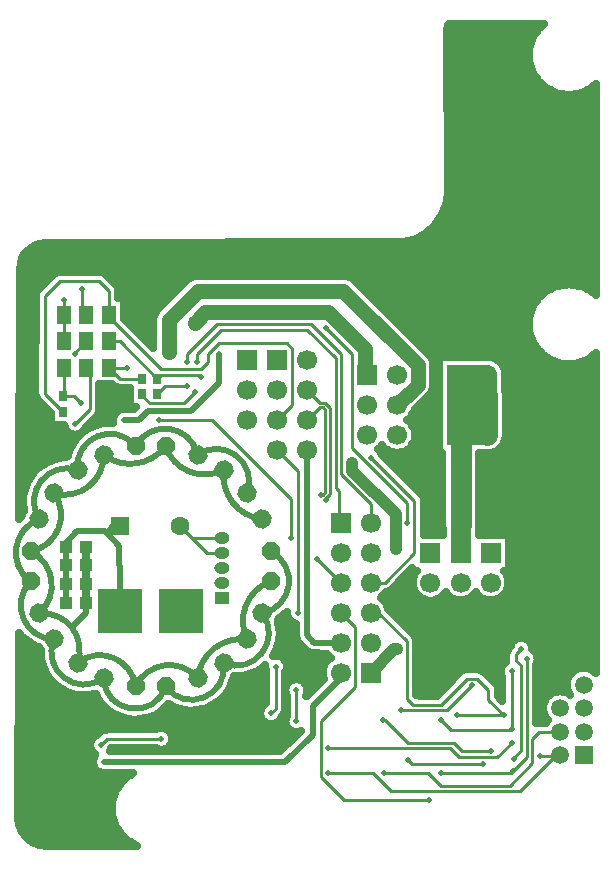
<source format=gtl>
G04 DipTrace 3.0.0.2*
G04 Top.gbr*
%MOIN*%
G04 #@! TF.FileFunction,Copper,L1,Top*
G04 #@! TF.Part,Single*
%AMOUTLINE0*5,1,8,0,0,0.066,-22.49998*%
%AMOUTLINE1*5,1,8,0,0,0.066,-262.500516*%
%AMOUTLINE2*5,1,8,0,0,0.066001,-232.500313*%
%AMOUTLINE3*5,1,8,0,0,0.066,7.499484*%
%AMOUTLINE4*5,1,8,0,0,0.066,-112.49998*%
%AMOUTLINE5*5,1,8,0,0,0.066,-202.49998*%
%AMOUTLINE6*5,1,8,0,0,0.066001,37.499687*%
%AMOUTLINE7*5,1,8,0,0,0.066,-82.500516*%
%AMOUTLINE8*5,1,8,0,0,0.066,-172.500516*%
%AMOUTLINE9*5,1,8,0,0,0.066,67.50002*%
%AMOUTLINE10*5,1,8,0,0,0.066001,-52.500313*%
%AMOUTLINE11*5,1,8,0,0,0.066001,-142.500313*%
G04 #@! TA.AperFunction,Conductor*
%ADD13C,0.01*%
G04 #@! TA.AperFunction,ViaPad*
%ADD14C,0.02*%
G04 #@! TA.AperFunction,Conductor*
%ADD16C,0.04*%
%ADD17C,0.066929*%
G04 #@! TA.AperFunction,ViaPad*
%ADD18C,0.05*%
G04 #@! TA.AperFunction,Conductor*
%ADD20C,0.07*%
G04 #@! TA.AperFunction,CopperBalancing*
%ADD21C,0.025*%
G04 #@! TA.AperFunction,ComponentPad*
%ADD25R,0.066929X0.066929*%
%ADD26C,0.066929*%
%ADD27R,0.051181X0.03937*%
%ADD28O,0.051181X0.03937*%
%ADD29R,0.059055X0.059055*%
%ADD30C,0.059055*%
%ADD31R,0.15X0.15*%
%ADD34R,0.043307X0.03937*%
%ADD40R,0.051181X0.059055*%
%ADD41R,0.027559X0.035433*%
G04 #@! TA.AperFunction,ComponentPad*
%ADD42C,0.062992*%
%ADD43R,0.062992X0.062992*%
%ADD98OUTLINE0*%
%ADD99OUTLINE1*%
%ADD100OUTLINE2*%
%ADD101OUTLINE3*%
%ADD102OUTLINE4*%
%ADD103OUTLINE5*%
%ADD104OUTLINE6*%
%ADD105OUTLINE7*%
%ADD106OUTLINE8*%
%ADD107OUTLINE9*%
%ADD108OUTLINE10*%
%ADD109OUTLINE11*%
%FSLAX26Y26*%
G04*
G70*
G90*
G75*
G01*
G04 Top*
%LPD*%
X1395002Y1751029D2*
D14*
Y1133029D1*
X1419002Y1109029D1*
X1507002D1*
X1696099Y1088000D2*
D16*
X1685973D1*
X1607002Y1009029D1*
X1507002D2*
D14*
X1525002D1*
X1413002Y897029D1*
Y802029D1*
X1321002Y710029D1*
X717002D1*
X1546084Y1706815D2*
D16*
Y1681812D1*
X1689849Y1538047D1*
Y1419285D1*
X590073Y1241522D2*
D14*
Y1304029D1*
Y1366536D1*
Y1429042D1*
Y1241522D2*
Y1442100D1*
X629002Y1481029D1*
X720002D1*
X727088Y1473944D1*
X769002Y1432029D1*
Y1367029D1*
X771624Y1364407D1*
Y1213898D1*
X772002Y1496029D2*
X749173D1*
X727088Y1473944D1*
X783504Y1850580D2*
X833509D1*
X864762Y1881833D1*
X1008527D1*
X1102287Y1975593D1*
Y2069353D1*
X1020588Y2175614D2*
D18*
X1055002Y2210029D1*
X1466002D1*
X1589002Y2087029D1*
Y2007029D1*
X1595002Y2001029D1*
X934002Y2077402D2*
Y2185029D1*
X1030002Y2281029D1*
X1516002D1*
X1763002Y2034029D1*
Y1969029D1*
X1695002Y1901029D1*
X1906371Y1409185D2*
D17*
Y1499650D1*
D20*
Y1789936D1*
D17*
X1895034Y1801273D1*
Y1869738D1*
D20*
Y2000770D1*
D17*
X1895298Y2001034D1*
X1995298D1*
X1995034Y1932570D1*
D20*
Y1801273D1*
D17*
X1895034D1*
D20*
X1946622Y1852872D1*
D17*
X1995034Y1901284D1*
Y1901298D1*
D20*
X1943710Y1952622D1*
D17*
X1895298Y2001034D1*
X1895034Y1901284D2*
X1995034D1*
X1395002Y1951029D2*
D13*
X1437002Y1909029D1*
X1453716D1*
X1471311Y1891433D1*
Y1603297D1*
X1458605Y1590591D1*
Y1583518D1*
X1395002Y1851029D2*
X1437002Y1893029D1*
X1447089D1*
X1455311Y1884806D1*
Y1609924D1*
X1447291Y1601904D1*
X1440219D1*
X621002Y1838029D2*
X671002Y1888029D1*
Y2025529D1*
X658305D1*
X621002Y2069280D2*
Y2075726D1*
X658305Y2113029D1*
X1946002Y968029D2*
X1862002Y884029D1*
X1709002D1*
X1364752Y1206780D2*
Y1681280D1*
X1295002Y1751029D1*
Y1851029D2*
X1346002Y1902029D1*
Y2088028D1*
X1327252Y2106778D1*
X1102208D1*
X1064752Y2069322D1*
Y2044278D1*
X1039753Y2019280D1*
X908501D1*
X727252Y2200529D1*
X733502D1*
X739752D1*
Y2219278D1*
X733502Y2213029D1*
Y2281778D1*
X702252Y2313029D1*
X571002D1*
X521002Y2263029D1*
Y1939029D1*
X581002Y1879029D1*
X1648502Y850529D2*
X1653502D1*
X1730002Y774029D1*
X1886002D1*
X1912002Y748029D1*
X2009002D1*
X583502Y2025529D2*
Y1930210D1*
X581002D1*
X616321D1*
X639752Y1906780D1*
X902253Y1850529D2*
X1077252D1*
X1339752Y1588029D1*
Y1456780D1*
X1427253Y1388029D2*
X1506502Y1308780D1*
X583502Y2200529D2*
Y2113029D1*
Y2250529D1*
X1608590Y1725567D2*
X1752355Y1581802D1*
Y1406784D1*
X1654351Y1308780D1*
X1606502D1*
X2083502Y719278D2*
Y725529D1*
X2108502Y750529D1*
Y1031778D1*
X2089752Y1050529D1*
Y1069278D1*
X2108502Y1088029D1*
X1727353Y1506794D2*
Y1575551D1*
X1546002Y1756902D1*
Y2069278D1*
X1458502Y2156778D1*
X646002Y2288029D2*
Y2212832D1*
X658305Y2200529D1*
X1463753Y756778D2*
X1871253D1*
X1902002Y726029D1*
X2027753D1*
X2077253Y775529D1*
X1980783Y703248D2*
X1745783D1*
X1731561Y717470D1*
X2237538Y969139D2*
Y1002494D1*
X2113002Y1127029D1*
X2024225D1*
X2006382Y1109185D1*
D17*
Y1147408D1*
D20*
X2117002Y1258029D1*
Y1563029D1*
Y1663029D1*
Y1723242D1*
X2146622Y1752861D1*
D17*
X2195034Y1801273D1*
X1806106Y1108912D2*
D21*
Y972983D1*
X1771107Y937984D1*
X2095298Y2001034D2*
D17*
Y1932570D1*
D20*
X2095034D1*
Y1801273D1*
D17*
X2195034D1*
Y1869738D1*
D20*
Y2000770D1*
D17*
X2195298Y2001034D1*
X2095298D1*
D20*
X2146622Y1949696D1*
D17*
X2195034Y1901284D1*
Y1901273D1*
D20*
X2143446Y1849685D1*
D17*
X2095034Y1801273D1*
Y1901284D2*
X2195034D1*
X2095298Y2001034D2*
Y2069499D1*
D20*
Y2888734D1*
X2052823Y2931209D1*
D14*
X2021002Y2963029D1*
X1110002Y1457029D2*
D13*
X1011002D1*
X972002Y1496029D1*
X1110002Y1407029D2*
X1061002D1*
X1011002Y1457029D1*
X2121002Y1563029D2*
D20*
X2117002D1*
X2121002Y1663029D2*
X2117002D1*
X1895002Y866029D2*
D13*
X2050002D1*
X1999002Y917029D1*
Y952029D1*
X1962002Y989029D1*
X1929002D1*
X1841002Y901029D1*
X1748002D1*
X1727353Y921679D1*
Y1113003D1*
X1631576Y1208780D1*
X1606502D1*
X733502Y2113029D2*
X771002D1*
X894821Y1989210D1*
X896002D1*
X1039752Y1994280D2*
Y2000529D1*
X908502D1*
X897183Y1989210D1*
X2171002Y731778D2*
X2236397D1*
X2237538Y732919D1*
X1465502Y675529D2*
X1613502D1*
X1676002Y613029D1*
X2106002D1*
X2225892Y732919D1*
X2237538D1*
X1606502Y1508780D2*
Y1571389D1*
X1508502Y1669389D1*
Y2069280D1*
X1408502Y2169280D1*
X1095952D1*
X996002Y2069330D1*
Y2044278D1*
Y1963029D2*
X921002D1*
X896002Y1938029D1*
X733502Y2025529D2*
X769821Y1989210D1*
X846002D1*
X733502Y2025529D2*
X796002D1*
X1650502Y675529D2*
X1796502D1*
X1841002Y631029D1*
X2071002D1*
X2146002Y706029D1*
Y788029D1*
X2169002Y811029D1*
X2236908D1*
X2237538Y811659D1*
X846002Y1938029D2*
Y1931780D1*
X871002Y1906780D1*
X983504D1*
X1021002Y1944278D1*
X1027252Y2044278D2*
Y2069326D1*
X1108455Y2150529D1*
X1396004D1*
X1489752Y2056781D1*
Y1625529D1*
X1502252Y1613029D1*
Y1513030D1*
X1506502Y1508780D1*
X1291002Y1029029D2*
Y889029D1*
X1275002Y873029D1*
X908502Y788029D2*
X728002D1*
X708002Y768029D1*
X923002Y963029D2*
D14*
G02X716304Y991641I-101036J31015D01*
G01*
G02X551575Y1119727I-65670J85514D01*
G01*
G02X473002Y1313029I2418J113603D01*
G01*
X923002Y963029D2*
G03X1116304Y1041601I87188J62566D01*
G01*
G03X1244391Y1206331I42916J98792D01*
G01*
G03X1273002Y1413029I-19907J108085D01*
G01*
X1194430Y1606331D2*
G03X1029700Y1734417I-101852J38981D01*
G01*
G03X823002Y1763029I-108554J-23294D01*
G01*
G03X629700Y1684457I-85555J-66585D01*
G01*
G03X501614Y1519727I-34337J-105463D01*
G01*
X1358502Y847330D2*
D13*
Y950529D1*
X501614Y1519727D2*
D14*
G03X473002Y1313029I40472J-110932D01*
G01*
X657002Y1429042D2*
D21*
Y1366536D1*
Y1304029D1*
Y1241522D1*
X823002Y963029D2*
D14*
G03X629702Y1041641I-119430J-16709D01*
G01*
G03X610002Y1160029I-116648J41423D01*
G01*
G03X501575Y1206331I-96974J-76982D01*
G01*
G03X473002Y1413029I-83248J93816D01*
G01*
G03X551614Y1606330I-22050J121602D01*
G01*
G03X716304Y1734457I34815J125158D01*
G01*
G03X923002Y1763029I88895J118854D01*
G01*
G03X1116303Y1684417I130269J43360D01*
G01*
G03X1244430Y1519727I147588J-17364D01*
G01*
X1273002Y1313029D2*
G03X1194391Y1119728I49196J-132642D01*
G01*
G03X1029700Y991601I-18131J-146602D01*
G01*
X657002Y1241522D2*
Y1207029D1*
X610002Y1160029D1*
X1029700Y991601D2*
G03X823002Y963029I-93869J-82869D01*
G01*
X1802405Y584978D2*
D13*
X1517054D1*
X1442002Y660029D1*
Y847029D1*
X1555002Y960029D1*
Y1160280D1*
X1506502Y1208780D1*
X2127252Y1054029D2*
Y726278D1*
X2082002Y681029D1*
X1840903Y675529D2*
X2076502D1*
X2082002Y681029D1*
X2077252Y1013278D2*
Y819278D1*
X1841502Y850529D2*
X1875002Y817029D1*
X2077252D1*
Y819278D1*
D14*
X1696099Y1088000D3*
X717002Y710029D3*
X1546084Y1706815D3*
X1689849Y1419285D3*
X783504Y1850580D3*
X1102287Y2069353D3*
D18*
X1020588Y2175614D3*
X934002Y2077402D3*
D14*
X1458605Y1583518D3*
X1440219Y1601904D3*
X621002Y1838029D3*
Y2069280D3*
X1946002Y968029D3*
X1709002Y884029D3*
X1364752Y1206780D3*
X1709002Y884029D3*
X1648502Y850529D3*
X2009002Y748029D3*
X639752Y1906780D3*
X902253Y1850529D3*
X1339752Y1456780D3*
X1427253Y1388029D3*
X583502Y2250529D3*
X1608590Y1725567D3*
X2083502Y719278D3*
X2108502Y1088029D3*
X1727353Y1506794D3*
X1458502Y2156778D3*
X646002Y2288029D3*
X1463753Y756778D3*
X2077253Y775529D3*
X1731561Y717470D3*
X1980783Y703248D3*
X1771107Y937984D3*
X1895002Y866029D3*
X2050002D3*
X1039752Y1994280D3*
X2171002Y731778D3*
X1465502Y675529D3*
X996002Y2044278D3*
Y1963029D3*
X796002Y2025529D3*
X1650502Y675529D3*
X1021002Y1944278D3*
X1027252Y2044278D3*
X1291002Y1029029D3*
X1275002Y873029D3*
X908502Y788029D3*
X708002Y768029D3*
X1358502Y847330D3*
Y950529D3*
X1802405Y584978D3*
X2127252Y1054029D3*
X2082002Y681029D3*
X1840903Y675529D3*
X2077252Y1013278D3*
Y819278D3*
X1841502Y850529D3*
X1871002Y3163029D3*
X1921002D3*
X1971002D3*
X2021002D3*
X2071002D3*
X2121002D3*
Y3113029D3*
X2071002D3*
X2021002D3*
X1971002D3*
X1921002D3*
X1871002D3*
Y3063029D3*
X1921002D3*
X1971002D3*
X2021002D3*
X2071002D3*
X2121002D3*
Y3013029D3*
X2071002D3*
X2021002D3*
X1971002D3*
X1921002D3*
X1871002D3*
Y2963029D3*
X1921002D3*
X1971002D3*
X2021002D3*
X2071002D3*
X2121002D3*
X471002Y2263029D3*
Y2213029D3*
Y2163029D3*
Y2113029D3*
Y2063029D3*
Y2013029D3*
Y1963029D3*
Y1813029D3*
Y1763029D3*
Y1713029D3*
Y1663029D3*
X521002Y1713029D3*
Y1763029D3*
Y1813029D3*
X671002Y2413029D3*
X771002D3*
X871002D3*
X971002D3*
X1071002D3*
X1171002D3*
X1271002D3*
X1371002D3*
X1471002D3*
X1571002D3*
X1671002D3*
X1771002D3*
Y2313029D3*
Y2213029D3*
Y2113029D3*
X1671002Y2213029D3*
Y2313029D3*
X1571002D3*
X1421002Y2363029D3*
X1321002D3*
X1221002D3*
X1121002D3*
X1021002D3*
X1521002D3*
X1621002D3*
X1721002D3*
Y2263029D3*
X1621002D3*
X1721002Y2163029D3*
X2221002Y2863029D3*
X2321002D3*
X2221002Y2763029D3*
X2321002D3*
Y2663029D3*
X2221002D3*
Y2563029D3*
X2321002D3*
Y2463029D3*
X2221002D3*
X2321002Y2363029D3*
X2221002D3*
X2121002Y2263029D3*
Y2163029D3*
X2321002Y1963029D3*
Y1863029D3*
Y1763029D3*
Y1663029D3*
Y1563029D3*
X2221002D3*
X2121002D3*
X2021002D3*
Y1663029D3*
X2121002D3*
X2221002D3*
X2321002Y1413029D3*
Y1313029D3*
Y1163029D3*
Y1113029D3*
X2221002Y1163029D3*
Y1113029D3*
X1865014Y3146660D2*
D21*
X2158060D1*
X1865063Y3121791D2*
X2143462D1*
X1865111Y3096923D2*
X2135160D1*
X1865160Y3072054D2*
X2131938D1*
X1865210Y3047185D2*
X2133451D1*
X1865258Y3022316D2*
X2139799D1*
X1865307Y2997448D2*
X2151908D1*
X1865355Y2972579D2*
X2171879D1*
X1865404Y2947710D2*
X2207622D1*
X2326391D2*
X2355962D1*
X1865454Y2922841D2*
X2355962D1*
X1865454Y2897973D2*
X2355912D1*
X1865502Y2873104D2*
X2355912D1*
X1865551Y2848235D2*
X2355912D1*
X1865599Y2823366D2*
X2355912D1*
X1865648Y2798497D2*
X2355912D1*
X1865698Y2773629D2*
X2355863D1*
X1865746Y2748760D2*
X2355863D1*
X1865795Y2723891D2*
X2355863D1*
X1865844Y2699022D2*
X2355863D1*
X1865892Y2674154D2*
X2355863D1*
X1865942Y2649285D2*
X2355815D1*
X1865991Y2624416D2*
X2355815D1*
X1865014Y2599547D2*
X2355815D1*
X1861450Y2574679D2*
X2355815D1*
X1853198Y2549810D2*
X2355815D1*
X1841479Y2524941D2*
X2355766D1*
X1823559Y2500072D2*
X2355766D1*
X1795727Y2475204D2*
X2355766D1*
X1744603Y2450335D2*
X2355766D1*
X476391Y2425466D2*
X2355766D1*
X452758Y2400597D2*
X2355718D1*
X442748Y2375728D2*
X2355718D1*
X440991Y2350860D2*
X2355718D1*
X440892Y2325991D2*
X536918D1*
X736303D2*
X1002396D1*
X1543578D2*
X2355718D1*
X440844Y2301122D2*
X512064D1*
X760863D2*
X974760D1*
X1571215D2*
X2244340D1*
X2289623D2*
X2355718D1*
X440746Y2276253D2*
X489946D1*
X767504D2*
X949907D1*
X1596068D2*
X2185063D1*
X440648Y2251385D2*
X487015D1*
X788110D2*
X925052D1*
X1620971D2*
X2159770D1*
X440599Y2226516D2*
X487015D1*
X788110D2*
X900199D1*
X1645824D2*
X2144487D1*
X440502Y2201647D2*
X487015D1*
X788110D2*
X882767D1*
X1670678D2*
X2135698D1*
X440404Y2176778D2*
X487015D1*
X798022D2*
X880034D1*
X1695580D2*
X2132035D1*
X440355Y2151910D2*
X487015D1*
X822924D2*
X880034D1*
X1720434D2*
X2133110D1*
X440258Y2127041D2*
X487015D1*
X847778D2*
X880034D1*
X1745287D2*
X2139018D1*
X440160Y2102172D2*
X487015D1*
X1770190D2*
X2150542D1*
X440111Y2077303D2*
X487015D1*
X1795043D2*
X2169682D1*
X440014Y2052434D2*
X487015D1*
X1813598D2*
X1832816D1*
X2028686D2*
X2203178D1*
X2330834D2*
X2355619D1*
X439916Y2027566D2*
X487015D1*
X1816967D2*
X1832816D1*
X2051586D2*
X2355571D1*
X439867Y2002697D2*
X487015D1*
X1816967D2*
X1831059D1*
X2057739D2*
X2355571D1*
X439770Y1977828D2*
X487015D1*
X1816967D2*
X1831059D1*
X2057640D2*
X2355571D1*
X439672Y1952959D2*
X487015D1*
X705004D2*
X803227D1*
X1814428D2*
X1831059D1*
X2057543D2*
X2355571D1*
X439623Y1928091D2*
X488968D1*
X705004D2*
X803227D1*
X1797387D2*
X1831059D1*
X2059008D2*
X2355571D1*
X439526Y1903222D2*
X509770D1*
X705004D2*
X803227D1*
X1772484D2*
X1831059D1*
X2059008D2*
X2355522D1*
X439428Y1878353D2*
X534672D1*
X703442D2*
X757328D1*
X1753002D2*
X1831059D1*
X2059008D2*
X2355522D1*
X439379Y1853484D2*
X538236D1*
X683471D2*
X744634D1*
X1734056D2*
X1832572D1*
X2059008D2*
X2355522D1*
X439282Y1828616D2*
X583256D1*
X658763D2*
X675931D1*
X1750756D2*
X1832572D1*
X2059008D2*
X2355522D1*
X439183Y1803747D2*
X605962D1*
X1757396D2*
X1831107D1*
X2059008D2*
X2355522D1*
X439135Y1778878D2*
X616068D1*
X1753246D2*
X1832572D1*
X2054808D2*
X2355472D1*
X439038Y1754009D2*
X601958D1*
X1634740D2*
X1655278D1*
X1734740D2*
X1832572D1*
X2036840D2*
X2355472D1*
X438939Y1729141D2*
X590580D1*
X1652026D2*
X1842387D1*
X1970336D2*
X2355472D1*
X438891Y1704272D2*
X515531D1*
X1676928D2*
X1842387D1*
X1970336D2*
X2355472D1*
X438794Y1679403D2*
X485111D1*
X1701782D2*
X1842387D1*
X1970336D2*
X2355472D1*
X438695Y1654534D2*
X466556D1*
X1726635D2*
X1842387D1*
X1970336D2*
X2355424D1*
X438647Y1629665D2*
X454467D1*
X1751538D2*
X1842387D1*
X1970336D2*
X2355424D1*
X1776391Y1604797D2*
X1842387D1*
X1970336D2*
X2355424D1*
X1786351Y1579928D2*
X1842387D1*
X1970336D2*
X2355424D1*
X1786351Y1555059D2*
X1842387D1*
X1970336D2*
X2355424D1*
X1786351Y1530190D2*
X1842387D1*
X1970336D2*
X2355375D1*
X1786351Y1505322D2*
X1842387D1*
X1970336D2*
X2355375D1*
X1786351Y1480453D2*
X1843900D1*
X1968823D2*
X2355375D1*
X2068823Y1455584D2*
X2355375D1*
X2068823Y1430715D2*
X2355375D1*
X2068823Y1405847D2*
X2355326D1*
X2068823Y1380978D2*
X2355326D1*
X2068823Y1356109D2*
X2355326D1*
X1723851Y1331240D2*
X1747954D1*
X2064623D2*
X2355326D1*
X1698950Y1306372D2*
X1743706D1*
X2068774D2*
X2355326D1*
X1672582Y1281503D2*
X1750298D1*
X2062084D2*
X2355278D1*
X1645140Y1256634D2*
X1774223D1*
X1837963D2*
X1875004D1*
X1937767D2*
X1975004D1*
X2037767D2*
X2355278D1*
X1664379Y1231765D2*
X2355278D1*
X1680492Y1206896D2*
X2355278D1*
X1299634Y1182028D2*
X1335404D1*
X1705346D2*
X2355278D1*
X1304907Y1157159D2*
X1356010D1*
X1730248D2*
X2355228D1*
X1305443Y1132290D2*
X1356010D1*
X1754760D2*
X2355228D1*
X436938Y1107421D2*
X470072D1*
X1301928D2*
X1366508D1*
X1761351D2*
X2075102D1*
X2141918D2*
X2355228D1*
X436840Y1082553D2*
X504056D1*
X1293774D2*
X1391410D1*
X1761351D2*
X2058695D1*
X2152514D2*
X2355228D1*
X436742Y1057684D2*
X505179D1*
X1316088D2*
X1469438D1*
X1761351D2*
X2055766D1*
X2166088D2*
X2355228D1*
X436694Y1032815D2*
X511039D1*
X1329808D2*
X1449467D1*
X1761351D2*
X2043900D1*
X2161254D2*
X2355179D1*
X436596Y1007946D2*
X521538D1*
X1218480D2*
X1257035D1*
X1324975D2*
X1444535D1*
X1761351D2*
X1900883D1*
X1990111D2*
X2038627D1*
X2161254D2*
X2273344D1*
X436498Y983078D2*
X539018D1*
X1149828D2*
X1257035D1*
X1324975D2*
X1339472D1*
X1377514D2*
X1444975D1*
X1761351D2*
X1876030D1*
X2014966D2*
X2043266D1*
X2161254D2*
X2259526D1*
X436450Y958209D2*
X566850D1*
X1139575D2*
X1257035D1*
X1396703D2*
X1420072D1*
X1761351D2*
X1851176D1*
X2161254D2*
X2258842D1*
X436351Y933340D2*
X639408D1*
X661791D2*
X691068D1*
X1122728D2*
X1257035D1*
X1762719D2*
X1826274D1*
X2161254D2*
X2199027D1*
X436254Y908471D2*
X706010D1*
X1095824D2*
X1257035D1*
X2161254D2*
X2181987D1*
X436206Y883602D2*
X730131D1*
X913695D2*
X985111D1*
X1034399D2*
X1237552D1*
X2161254D2*
X2179405D1*
X436107Y858734D2*
X776420D1*
X867407D2*
X1238920D1*
X2161254D2*
X2188823D1*
X436010Y833865D2*
X1322075D1*
X435962Y808996D2*
X701958D1*
X940892D2*
X1365874D1*
X435863Y784127D2*
X672758D1*
X947290D2*
X1341019D1*
X435766Y759259D2*
X670072D1*
X933471D2*
X1316118D1*
X435718Y734390D2*
X687308D1*
X435619Y709521D2*
X677983D1*
X435522Y684652D2*
X688286D1*
X435472Y659784D2*
X791899D1*
X435375Y634915D2*
X767875D1*
X435278Y610046D2*
X753374D1*
X435228Y585177D2*
X745122D1*
X435131Y560309D2*
X741947D1*
X435034Y535440D2*
X743462D1*
X437084Y510571D2*
X749907D1*
X444506Y485702D2*
X762064D1*
X461107Y460833D2*
X782134D1*
X503148Y435965D2*
X818168D1*
X1753115Y1886340D2*
X1750403Y1878081D1*
X1746131Y1869697D1*
X1740599Y1862085D1*
X1733946Y1855432D1*
X1728061Y1851055D1*
X1733946Y1846626D1*
X1740599Y1839973D1*
X1746131Y1832361D1*
X1750403Y1823976D1*
X1753309Y1815028D1*
X1754782Y1805734D1*
Y1796324D1*
X1753309Y1787030D1*
X1750403Y1778081D1*
X1746131Y1769697D1*
X1740599Y1762085D1*
X1733946Y1755432D1*
X1726334Y1749900D1*
X1717950Y1745629D1*
X1709001Y1742722D1*
X1699707Y1741249D1*
X1690298D1*
X1681004Y1742722D1*
X1672055Y1745629D1*
X1663670Y1749900D1*
X1656059Y1755432D1*
X1649405Y1762085D1*
X1645029Y1767970D1*
X1640599Y1762085D1*
X1633946Y1755432D1*
X1631794Y1753735D1*
X1636345Y1749272D1*
X1639711Y1744638D1*
X1642312Y1739536D1*
X1643878Y1734810D1*
X1776308Y1602260D1*
X1780422Y1596102D1*
X1782985Y1589155D1*
X1783855Y1581802D1*
X1783842Y1581465D1*
X1783855Y1468862D1*
X1846455Y1469150D1*
X1846407Y1486089D1*
X1845060Y1494824D1*
X1844871Y1537150D1*
Y1741301D1*
X1835069Y1741309D1*
Y1787646D1*
X1833723Y1796458D1*
Y1806109D1*
X1835068Y1814809D1*
X1835069Y1856114D1*
X1833723Y1864912D1*
X1833534Y1907238D1*
X1833723Y2005596D1*
X1835330Y2015473D1*
X1835333Y2060999D1*
X1882648D1*
X1890208Y2062081D1*
X1899859D1*
X1907798Y2060999D1*
X2000002Y2060814D1*
X2009296Y2059343D1*
X2018245Y2056434D1*
X2026630Y2052163D1*
X2034241Y2046631D1*
X2040895Y2039978D1*
X2046426Y2032366D1*
X2050698Y2023982D1*
X2053606Y2015033D1*
X2055077Y2005739D1*
X2055118Y1963303D1*
X2055051Y1945970D1*
X2056345Y1937395D1*
X2056534Y1895070D1*
X2056345Y1796448D1*
X2054834Y1786916D1*
X2051853Y1777738D1*
X2047471Y1769139D1*
X2041799Y1761332D1*
X2034975Y1754508D1*
X2027168Y1748836D1*
X2018569Y1744454D1*
X2009391Y1741473D1*
X1999859Y1739962D1*
X1990208D1*
X1981435Y1741322D1*
X1967837Y1741309D1*
X1967682Y1494824D1*
X1966323Y1486051D1*
X1966336Y1469101D1*
X2066346Y1469150D1*
Y1349221D1*
X2051063D1*
X2057510Y1340517D1*
X2061782Y1332133D1*
X2064689Y1323184D1*
X2066161Y1313890D1*
Y1304480D1*
X2064689Y1295186D1*
X2061782Y1286238D1*
X2057510Y1277853D1*
X2051979Y1270242D1*
X2045325Y1263588D1*
X2037714Y1258057D1*
X2029329Y1253785D1*
X2020380Y1250878D1*
X2011086Y1249406D1*
X2001677D1*
X1992383Y1250878D1*
X1983434Y1253785D1*
X1975050Y1258057D1*
X1967438Y1263588D1*
X1960784Y1270242D1*
X1956408Y1276126D1*
X1951968Y1270242D1*
X1945315Y1263588D1*
X1937703Y1258057D1*
X1929319Y1253785D1*
X1920370Y1250878D1*
X1911076Y1249406D1*
X1901666D1*
X1892372Y1250878D1*
X1883424Y1253785D1*
X1875039Y1258057D1*
X1867428Y1263588D1*
X1860774Y1270242D1*
X1856357Y1276186D1*
X1851703Y1269969D1*
X1845050Y1263315D1*
X1837438Y1257784D1*
X1829054Y1253512D1*
X1820105Y1250605D1*
X1810811Y1249133D1*
X1801401D1*
X1792107Y1250605D1*
X1783159Y1253512D1*
X1774774Y1257784D1*
X1767162Y1263315D1*
X1760509Y1269969D1*
X1754977Y1277580D1*
X1750706Y1285965D1*
X1747799Y1294913D1*
X1746326Y1304207D1*
Y1313617D1*
X1747799Y1322911D1*
X1750706Y1331860D1*
X1754977Y1340244D1*
X1760509Y1347856D1*
X1761519Y1348950D1*
X1746141Y1348948D1*
Y1356028D1*
X1674809Y1284827D1*
X1668652Y1280713D1*
X1661704Y1278150D1*
X1657631Y1277448D1*
X1652099Y1269836D1*
X1645446Y1263183D1*
X1639561Y1258806D1*
X1645446Y1254377D1*
X1652099Y1247723D1*
X1657631Y1240112D1*
X1661903Y1231727D1*
X1664809Y1222778D1*
X1665481Y1219404D1*
X1751305Y1133461D1*
X1755420Y1127303D1*
X1757983Y1120356D1*
X1758853Y1113003D1*
X1758840Y1112665D1*
X1758853Y934731D1*
X1773002Y932529D1*
X1827934D1*
X1908544Y1012982D1*
X1914702Y1017096D1*
X1921649Y1019659D1*
X1929002Y1020529D1*
X1929340Y1020516D1*
X1964473Y1020432D1*
X1971736Y1018987D1*
X1978462Y1015887D1*
X1984277Y1011303D1*
X1984506Y1011055D1*
X2022955Y972487D1*
X2027069Y966330D1*
X2029632Y959382D1*
X2030502Y952029D1*
X2030489Y951692D1*
X2030502Y930105D1*
X2045756Y914823D1*
X2045752Y994815D1*
X2042538Y1001999D1*
X2041200Y1007568D1*
X2040752Y1013278D1*
X2041200Y1018988D1*
X2042538Y1024558D1*
X2044729Y1029849D1*
X2047723Y1034732D1*
X2051442Y1039088D1*
X2055798Y1042807D1*
X2058796Y1044744D1*
X2058252Y1050529D1*
X2058349Y1071749D1*
X2059794Y1079012D1*
X2062893Y1085738D1*
X2067477Y1091553D1*
X2067727Y1091782D1*
X2073174Y1097249D1*
X2075980Y1104600D1*
X2078973Y1109483D1*
X2082693Y1113839D1*
X2087048Y1117558D1*
X2091931Y1120551D1*
X2097223Y1122743D1*
X2102792Y1124080D1*
X2108502Y1124529D1*
X2114212Y1124080D1*
X2119782Y1122743D1*
X2125073Y1120551D1*
X2129956Y1117558D1*
X2134312Y1113839D1*
X2138031Y1109483D1*
X2141025Y1104600D1*
X2143216Y1099309D1*
X2144554Y1093739D1*
X2144921Y1085959D1*
X2150956Y1081784D1*
X2155006Y1077734D1*
X2158372Y1073100D1*
X2160973Y1067997D1*
X2162744Y1062550D1*
X2163639Y1056892D1*
Y1051165D1*
X2162744Y1045508D1*
X2160973Y1040060D1*
X2158740Y1035612D1*
X2158752Y840797D1*
X2164075Y842142D1*
X2169002Y842529D1*
X2190829D1*
X2194934Y848046D1*
X2197676Y851012D1*
X2192211Y857467D1*
X2187617Y864963D1*
X2184253Y873085D1*
X2182200Y881634D1*
X2181510Y890399D1*
X2182200Y899164D1*
X2184253Y907713D1*
X2187617Y915835D1*
X2192211Y923331D1*
X2197920Y930017D1*
X2204606Y935726D1*
X2212102Y940320D1*
X2220224Y943684D1*
X2228773Y945736D1*
X2237538Y946427D1*
X2246303Y945736D1*
X2254851Y943684D1*
X2262973Y940320D1*
X2270470Y935726D1*
X2272615Y934034D1*
X2268506Y939865D1*
X2264515Y947698D1*
X2261799Y956060D1*
X2260424Y964743D1*
Y973536D1*
X2261799Y982218D1*
X2264515Y990580D1*
X2268506Y998413D1*
X2273674Y1005526D1*
X2279891Y1011743D1*
X2287004Y1016911D1*
X2294837Y1020902D1*
X2303199Y1023618D1*
X2311882Y1024994D1*
X2320674D1*
X2329357Y1023618D1*
X2337719Y1020902D1*
X2345552Y1016911D1*
X2352665Y1011743D1*
X2357703Y1006801D1*
X2358107Y2073659D1*
X2344962Y2062728D1*
X2336302Y2056942D1*
X2327216Y2051853D1*
X2317758Y2047494D1*
X2307988Y2043889D1*
X2297964Y2041062D1*
X2287750Y2039030D1*
X2277408Y2037807D1*
X2267002Y2037398D1*
X2256597Y2037807D1*
X2246254Y2039030D1*
X2236040Y2041062D1*
X2226017Y2043889D1*
X2216246Y2047494D1*
X2206788Y2051853D1*
X2197703Y2056942D1*
X2189043Y2062728D1*
X2180866Y2069176D1*
X2173218Y2076244D1*
X2166149Y2083892D1*
X2159702Y2092070D1*
X2153916Y2100730D1*
X2148826Y2109815D1*
X2144467Y2119273D1*
X2140862Y2129043D1*
X2138035Y2139067D1*
X2136004Y2149281D1*
X2134781Y2159623D1*
X2134371Y2170029D1*
X2134781Y2180434D1*
X2136004Y2190777D1*
X2138035Y2200991D1*
X2140862Y2211015D1*
X2144467Y2220785D1*
X2148826Y2230243D1*
X2153916Y2239328D1*
X2159702Y2247988D1*
X2166149Y2256165D1*
X2173218Y2263814D1*
X2180866Y2270882D1*
X2189043Y2277330D1*
X2197703Y2283116D1*
X2206788Y2288205D1*
X2216246Y2292564D1*
X2226017Y2296169D1*
X2236040Y2298996D1*
X2246254Y2301028D1*
X2256597Y2302251D1*
X2267002Y2302660D1*
X2277408Y2302251D1*
X2287750Y2301028D1*
X2297964Y2298996D1*
X2307988Y2296169D1*
X2317758Y2292564D1*
X2327216Y2288205D1*
X2336302Y2283116D1*
X2344962Y2277330D1*
X2353139Y2270882D1*
X2358187Y2266215D1*
X2358459Y2971511D1*
X2344962Y2960230D1*
X2336302Y2954444D1*
X2327216Y2949354D1*
X2317758Y2944995D1*
X2307988Y2941390D1*
X2297964Y2938563D1*
X2287750Y2936532D1*
X2277408Y2935309D1*
X2267002Y2934899D1*
X2256597Y2935309D1*
X2246254Y2936532D1*
X2236040Y2938563D1*
X2226017Y2941390D1*
X2216246Y2944995D1*
X2206788Y2949354D1*
X2197703Y2954444D1*
X2189043Y2960230D1*
X2180866Y2966677D1*
X2173218Y2973746D1*
X2166149Y2981394D1*
X2159702Y2989571D1*
X2153916Y2998231D1*
X2148826Y3007316D1*
X2144467Y3016774D1*
X2140862Y3026545D1*
X2138035Y3036568D1*
X2136004Y3046782D1*
X2134781Y3057125D1*
X2134371Y3067530D1*
X2134781Y3077936D1*
X2136004Y3088278D1*
X2138035Y3098492D1*
X2140862Y3108516D1*
X2144467Y3118286D1*
X2148826Y3127744D1*
X2153916Y3136830D1*
X2159702Y3145490D1*
X2166149Y3153667D1*
X2173218Y3161315D1*
X2184858Y3171532D1*
X1876943Y3171528D1*
X1871627Y3170669D1*
X1868602Y3169291D1*
X1866051Y3167167D1*
X1864157Y3164453D1*
X1863042Y3161328D1*
X1862493Y3154364D1*
X1863380Y2605410D1*
X1857765Y2567475D1*
X1842452Y2529822D1*
X1818607Y2496902D1*
X1787605Y2470612D1*
X1751231Y2452466D1*
X1711816Y2443566D1*
X524863Y2440534D1*
X501235Y2438160D1*
X483971Y2432162D1*
X474281Y2425882D1*
X451846Y2403427D1*
X444651Y2390812D1*
X440073Y2375057D1*
X438481Y2353314D1*
X435771Y1520835D1*
X442581Y1526885D1*
X444193Y1533530D1*
X445983Y1537284D1*
X451672Y1547137D1*
X450349Y1552530D1*
X448103Y1572811D1*
X448530Y1591793D1*
X451393Y1610563D1*
X456647Y1628809D1*
X464202Y1646228D1*
X473933Y1662532D1*
X485679Y1677449D1*
X499246Y1690732D1*
X514409Y1702162D1*
X530914Y1711546D1*
X548489Y1718731D1*
X566842Y1723599D1*
X585668Y1726064D1*
X588509Y1726420D1*
X596993Y1731412D1*
X597959Y1735709D1*
X604773Y1754673D1*
X613408Y1771326D1*
X624120Y1786723D1*
X636733Y1800608D1*
X651035Y1812746D1*
X666783Y1822934D1*
X683718Y1831004D1*
X701551Y1836818D1*
X719987Y1840278D1*
X738715Y1841330D1*
X748389Y1840719D1*
X747117Y1847717D1*
Y1853444D1*
X748012Y1859101D1*
X749782Y1864549D1*
X752383Y1869651D1*
X755749Y1874285D1*
X759799Y1878335D1*
X764433Y1881701D1*
X769535Y1884302D1*
X774983Y1886072D1*
X780640Y1886967D1*
X818416Y1887080D1*
X823782Y1893812D1*
X805723D1*
Y1957738D1*
X767350Y1957807D1*
X760088Y1959252D1*
X753362Y1962352D1*
X747547Y1966936D1*
X747317Y1967185D1*
X744958Y1969526D1*
X702536Y1969501D1*
X702405Y1885558D1*
X700960Y1878295D1*
X697861Y1871570D1*
X693277Y1865755D1*
X693027Y1865525D1*
X656298Y1828777D1*
X653525Y1821458D1*
X650531Y1816575D1*
X646812Y1812219D1*
X642456Y1808500D1*
X637573Y1805507D1*
X632282Y1803315D1*
X626712Y1801978D1*
X621002Y1801529D1*
X615292Y1801978D1*
X609723Y1803315D1*
X604431Y1805507D1*
X599548Y1808500D1*
X595193Y1812219D1*
X591473Y1816575D1*
X588480Y1821458D1*
X586288Y1826749D1*
X584951Y1832319D1*
X584656Y1834820D1*
X540723Y1834812D1*
Y1874803D1*
X497050Y1918571D1*
X492935Y1924728D1*
X490372Y1931676D1*
X489502Y1939029D1*
X489515Y1939366D1*
X489599Y2265500D1*
X491044Y2272763D1*
X494144Y2279488D1*
X498728Y2285303D1*
X498976Y2285533D1*
X550544Y2336982D1*
X556702Y2341096D1*
X563649Y2343659D1*
X571002Y2344529D1*
X571340Y2344516D1*
X704723Y2344432D1*
X711985Y2342987D1*
X718711Y2339887D1*
X724526Y2335303D1*
X724756Y2335055D1*
X757455Y2302236D1*
X761569Y2296079D1*
X764132Y2289131D1*
X765002Y2281778D1*
X764989Y2281441D1*
X765002Y2256534D1*
X785593Y2256557D1*
Y2186684D1*
X882502Y2089902D1*
X882661Y2189070D1*
X883925Y2197051D1*
X886422Y2204738D1*
X890092Y2211937D1*
X894841Y2218475D1*
X924103Y2247962D1*
X996556Y2320190D1*
X1003094Y2324940D1*
X1010294Y2328609D1*
X1017980Y2331106D1*
X1025962Y2332370D1*
X1067502Y2332529D1*
X1520043Y2332370D1*
X1528025Y2331106D1*
X1535711Y2328609D1*
X1542910Y2324940D1*
X1549449Y2320190D1*
X1578935Y2290928D1*
X1802164Y2067475D1*
X1806913Y2060937D1*
X1810582Y2053738D1*
X1813080Y2046051D1*
X1814344Y2038070D1*
X1814502Y1996529D1*
X1814344Y1964988D1*
X1813080Y1957007D1*
X1810582Y1949320D1*
X1806913Y1942121D1*
X1802164Y1935583D1*
X1772901Y1906096D1*
X1753118Y1886312D1*
X1150849Y995721D2*
X1149617Y990347D1*
X1143365Y971310D1*
X1134958Y954075D1*
X1124333Y938110D1*
X1111678Y923702D1*
X1097219Y911105D1*
X1081214Y900543D1*
X1063945Y892206D1*
X1045719Y886240D1*
X1026862Y882752D1*
X1007710Y881805D1*
X988601Y883412D1*
X969875Y887549D1*
X951867Y894141D1*
X934572Y903290D1*
X932527Y904673D1*
X919544Y890625D1*
X905190Y878781D1*
X889767Y869085D1*
X873232Y861441D1*
X855854Y855974D1*
X837920Y852774D1*
X819723Y851894D1*
X801564Y853348D1*
X783740Y857112D1*
X766543Y863125D1*
X750257Y871286D1*
X735148Y881465D1*
X721464Y893491D1*
X709430Y907168D1*
X699245Y922272D1*
X690933Y938693D1*
X685418Y937150D1*
X668677Y933969D1*
X649735Y932839D1*
X630808Y934205D1*
X612224Y938041D1*
X594304Y944284D1*
X577359Y952822D1*
X561679Y963511D1*
X547539Y976164D1*
X535179Y990563D1*
X524817Y1006459D1*
X516630Y1023578D1*
X510758Y1041622D1*
X507305Y1060281D1*
X506330Y1079231D1*
X506613Y1083557D1*
X501073Y1093070D1*
X494741Y1095391D1*
X476257Y1104919D1*
X460353Y1116012D1*
X446010Y1129062D1*
X435225Y1141587D1*
X434529Y1141491D1*
X432512Y525520D1*
X436132Y499524D1*
X445487Y477521D1*
X460253Y458714D1*
X479410Y444404D1*
X501635Y435581D1*
X528329Y432516D1*
X828620Y432529D1*
X816788Y437853D1*
X807703Y442942D1*
X799043Y448728D1*
X790866Y455176D1*
X783218Y462244D1*
X776149Y469892D1*
X769702Y478070D1*
X763916Y486730D1*
X758826Y495815D1*
X754467Y505273D1*
X750862Y515043D1*
X748035Y525067D1*
X746004Y535281D1*
X744781Y545623D1*
X744371Y556029D1*
X744781Y566434D1*
X746004Y576777D1*
X748035Y586991D1*
X750862Y597015D1*
X754467Y606785D1*
X758826Y616243D1*
X763916Y625328D1*
X769702Y633988D1*
X776149Y642165D1*
X783218Y649814D1*
X790866Y656882D1*
X799043Y663330D1*
X807703Y669116D1*
X815618Y673549D1*
X714139Y673642D1*
X708481Y674537D1*
X703034Y676307D1*
X697931Y678908D1*
X693298Y682274D1*
X689248Y686324D1*
X685882Y690958D1*
X683281Y696060D1*
X681510Y701508D1*
X680615Y707165D1*
Y712892D1*
X681510Y718550D1*
X683281Y723997D1*
X685882Y729100D1*
X689514Y734021D1*
X688931Y736908D1*
X684298Y740274D1*
X680248Y744324D1*
X676882Y748958D1*
X674281Y754060D1*
X672510Y759508D1*
X671615Y765165D1*
Y770892D1*
X672510Y776550D1*
X674281Y781997D1*
X676882Y787100D1*
X680248Y791734D1*
X684298Y795784D1*
X688931Y799150D1*
X694034Y801751D1*
X698760Y803316D1*
X709487Y813513D1*
X715947Y817131D1*
X723075Y819142D1*
X728002Y819529D1*
X890063D1*
X897223Y822743D1*
X902792Y824080D1*
X908502Y824529D1*
X914212Y824080D1*
X919782Y822743D1*
X925073Y820551D1*
X929956Y817558D1*
X934312Y813839D1*
X938031Y809483D1*
X941025Y804600D1*
X943216Y799309D1*
X944554Y793739D1*
X945002Y788029D1*
X944554Y782319D1*
X943216Y776749D1*
X941025Y771458D1*
X938031Y766575D1*
X934312Y762219D1*
X929956Y758500D1*
X925073Y755507D1*
X919782Y753315D1*
X914212Y751978D1*
X908502Y751529D1*
X902792Y751978D1*
X897223Y753315D1*
X890085Y756541D1*
X742634Y756529D1*
X740525Y751458D1*
X737483Y746513D1*
X1305918Y746529D1*
X1373326Y813973D1*
X1367023Y811837D1*
X1361366Y810942D1*
X1355639D1*
X1349981Y811837D1*
X1344534Y813608D1*
X1339431Y816209D1*
X1334798Y819575D1*
X1330748Y823625D1*
X1327382Y828259D1*
X1324781Y833361D1*
X1323010Y838809D1*
X1322115Y844466D1*
Y850193D1*
X1323010Y855851D1*
X1324781Y861298D1*
X1327014Y865747D1*
X1327002Y932046D1*
X1323788Y939249D1*
X1322489Y944633D1*
X1322405Y886558D1*
X1320960Y879295D1*
X1317861Y872570D1*
X1313277Y866755D1*
X1313029Y866525D1*
X1310341Y863820D1*
X1307525Y856458D1*
X1304531Y851575D1*
X1300812Y847219D1*
X1296456Y843500D1*
X1291573Y840507D1*
X1286282Y838315D1*
X1280712Y836978D1*
X1275002Y836529D1*
X1269292Y836978D1*
X1263723Y838315D1*
X1258431Y840507D1*
X1253548Y843500D1*
X1249193Y847219D1*
X1245473Y851575D1*
X1242480Y856458D1*
X1240288Y861749D1*
X1238951Y867319D1*
X1238502Y873029D1*
X1238951Y878739D1*
X1240288Y884309D1*
X1242480Y889600D1*
X1245473Y894483D1*
X1249193Y898839D1*
X1253548Y902558D1*
X1259519Y906053D1*
X1259502Y1010562D1*
X1256288Y1017749D1*
X1254951Y1023319D1*
X1254502Y1029029D1*
X1254703Y1032638D1*
X1245662Y1024963D1*
X1229721Y1014592D1*
X1212555Y1006408D1*
X1194460Y1000555D1*
X1175753Y997135D1*
X1156757Y996205D1*
X1152193Y996518D1*
X1150036Y992306D1*
X1148530Y986723D1*
X1142540Y969483D1*
X1133899Y952374D1*
X1123057Y936566D1*
X1110208Y922340D1*
X1095581Y909952D1*
X1079437Y899618D1*
X1062060Y891525D1*
X1043761Y885816D1*
X1024865Y882592D1*
X1005708Y881911D1*
X986631Y883785D1*
X967973Y888180D1*
X950067Y895018D1*
X935632Y902620D1*
X1296942Y1183465D2*
X1297468Y1181037D1*
X1299026Y1175525D1*
X1302254Y1158765D1*
X1303429Y1139784D1*
X1302094Y1120812D1*
X1298275Y1102183D1*
X1292038Y1084217D1*
X1283491Y1067228D1*
X1281899Y1064806D1*
X1282481Y1064521D1*
X1288139Y1065416D1*
X1293866D1*
X1299523Y1064521D1*
X1304971Y1062751D1*
X1310073Y1060150D1*
X1314707Y1056784D1*
X1318757Y1052734D1*
X1322123Y1048100D1*
X1324724Y1042997D1*
X1326494Y1037550D1*
X1327389Y1031892D1*
Y1026165D1*
X1326494Y1020508D1*
X1324724Y1015060D1*
X1322491Y1010612D1*
X1322502Y956520D1*
X1323788Y961809D1*
X1325980Y967100D1*
X1328973Y971983D1*
X1332693Y976339D1*
X1337048Y980058D1*
X1341931Y983051D1*
X1347223Y985243D1*
X1352792Y986580D1*
X1358502Y987029D1*
X1364212Y986580D1*
X1369782Y985243D1*
X1375073Y983051D1*
X1379956Y980058D1*
X1384312Y976339D1*
X1388031Y971983D1*
X1391025Y967100D1*
X1393216Y961809D1*
X1394554Y956239D1*
X1395002Y950529D1*
X1394554Y944819D1*
X1393216Y939249D1*
X1389991Y932112D1*
X1396031Y931677D1*
X1451240Y986886D1*
X1448695Y995030D1*
X1447223Y1004324D1*
Y1013734D1*
X1448695Y1023028D1*
X1451602Y1031976D1*
X1455874Y1040361D1*
X1461405Y1047973D1*
X1468059Y1054626D1*
X1473943Y1059003D1*
X1468059Y1063432D1*
X1461405Y1070085D1*
X1459458Y1072555D1*
X1416139Y1072642D1*
X1410481Y1073537D1*
X1405034Y1075307D1*
X1399931Y1077907D1*
X1395298Y1081274D1*
X1369193Y1107219D1*
X1365473Y1111575D1*
X1362480Y1116458D1*
X1360288Y1121749D1*
X1358951Y1127319D1*
X1358502Y1133029D1*
Y1170773D1*
X1350783Y1173058D1*
X1345681Y1175659D1*
X1341047Y1179025D1*
X1336997Y1183075D1*
X1333631Y1187709D1*
X1331030Y1192811D1*
X1329260Y1198259D1*
X1328365Y1203916D1*
X1328623Y1211833D1*
X1319441Y1202987D1*
X1303987Y1191483D1*
X1300316Y1189365D1*
X1296775Y1183150D1*
X1299198Y1174591D1*
X1302433Y1156823D1*
X1303350Y1137835D1*
X1301760Y1118891D1*
X1297691Y1100322D1*
X1291214Y1082449D1*
X1282442Y1065584D1*
X1281551Y1064268D1*
D25*
X1595002Y2001029D3*
D26*
X1695002D3*
X1595002Y1901029D3*
X1695002D3*
X1595002Y1801029D3*
X1695002D3*
D25*
X1295002Y2051029D3*
D26*
X1395002D3*
X1295002Y1951029D3*
X1395002D3*
X1295002Y1851029D3*
X1395002D3*
X1295002Y1751029D3*
X1395002D3*
D25*
X1895298Y2001034D3*
D26*
X1995298D3*
X2095298D3*
X2195298D3*
D25*
X1895034Y1901284D3*
D26*
X1995034D3*
X2095034D3*
X2195034D3*
D25*
X1895034Y1801273D3*
D26*
X1995034D3*
X2095034D3*
X2195034D3*
D25*
X1195002Y2051029D3*
D26*
Y1951029D3*
Y1851029D3*
D25*
X2006382Y1409185D3*
D26*
Y1309185D3*
Y1209185D3*
Y1109185D3*
D25*
X1906371Y1409185D3*
D26*
Y1309185D3*
Y1209185D3*
Y1109185D3*
D25*
X1806106Y1408912D3*
D26*
Y1308912D3*
Y1208912D3*
Y1108912D3*
D27*
X1110002Y1257029D3*
D28*
Y1307029D3*
Y1357029D3*
Y1407029D3*
Y1457029D3*
D29*
X2316278Y732919D3*
D30*
Y811659D3*
Y890399D3*
Y969139D3*
X2237538D3*
Y890399D3*
Y811659D3*
Y732919D3*
D31*
X771624Y1213898D3*
X973002Y1214029D3*
D34*
X657002Y1429042D3*
X590073D3*
X657002Y1366536D3*
X590073D3*
X657002Y1241522D3*
X590073D3*
X657002Y1304029D3*
X590073D3*
D98*
X823002Y963029D3*
X923002D3*
D99*
X1244468Y1519728D3*
X1194468Y1606331D3*
D100*
X1116304Y1684378D3*
X1029700Y1734378D3*
D101*
X1029702Y991564D3*
X1116304Y1041564D3*
D102*
X473002Y1413029D3*
Y1313029D3*
D103*
X923002Y1763029D3*
X823002D3*
D104*
X1194351Y1119728D3*
X1244351Y1206331D3*
D105*
X501537Y1206330D3*
X551537Y1119727D3*
D106*
X716303Y1734494D3*
X629700Y1684494D3*
D107*
X1273002Y1313029D3*
Y1413029D3*
D108*
X629701Y1041680D3*
X716305Y991680D3*
D109*
X551653Y1606330D3*
X501653Y1519727D3*
D25*
X1506502Y1508780D3*
D26*
X1606502D3*
X1506502Y1408780D3*
X1606502D3*
X1506502Y1308780D3*
X1606502D3*
X1506502Y1208780D3*
X1606502D3*
D25*
X1607002Y1009029D3*
D26*
X1507002D3*
X1607002Y1109029D3*
X1507002D3*
D40*
X583502Y2200529D3*
X658305D3*
X733502D3*
D41*
X581002Y1930210D3*
Y1879029D3*
D40*
X583502Y2025529D3*
X658305D3*
X733502D3*
X583502Y2113029D3*
X658305D3*
X733502D3*
D41*
X896002Y1938029D3*
Y1989210D3*
X846002Y1938029D3*
Y1989210D3*
D42*
X972002Y1496029D3*
D43*
X772002D3*
M02*

</source>
